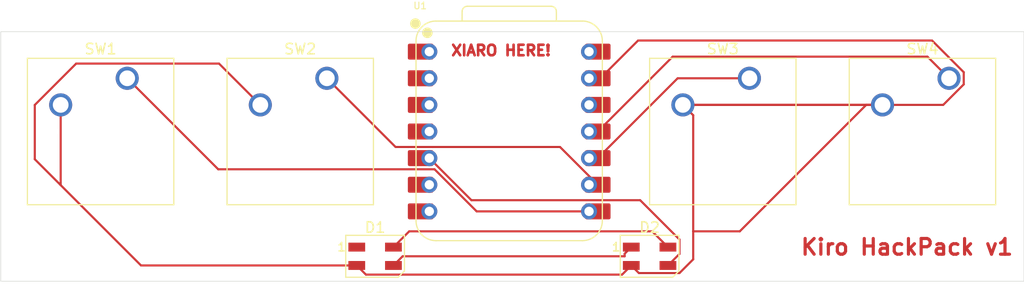
<source format=kicad_pcb>
(kicad_pcb (version 20241229) (generator "pcbnew") (generator_version "9.0")
  (layers (0 "F.Cu" signal) (2 "B.Cu" signal) (13 "F.Paste" user) (15 "B.Paste" user) (5 "F.SilkS" user "F.Silkscreen") (7 "B.SilkS" user "B.Silkscreen") (1 "F.Mask" user) (3 "B.Mask" user) (25 "Edge.Cuts" user))
  (net 0 "")
  (net 1 "+5V")
  (net 3 "GND")
  (net 4 "Net-(D1-DIN)")
  (net 5 "Net-(D2-DIN)")
  (net 6 "Net-(U1-GPIO1{slash}RX)")
  (net 7 "Net-(U1-GPIO2{slash}SCK)")
  (net 8 "Net-(U1-GPIO4{slash}MISO)")
  (net 9 "Net-(U1-GPIO3{slash}MOSI)")
  (footprint "OPL;:XIAO-RP2040-DIP" (layer "F.Cu") (at 160.43225 64.29375)
    (property "Reference" "U1" (at -8.5 -12 0) (layer "F.SilkS") (effects (font (size 0.635 0.635) (thickness 0.1016))))
    (property "Value" "XIAO-RP2040-DIP")
    (fp_line (start -8.89 8.509) (end -8.89 -8.636) (stroke (width 0.127)) (layer "F.SilkS"))
    (fp_line (start -6.985 10.414) (end 6.985 10.414) (stroke (width 0.127)) (layer "F.SilkS"))
    (fp_line (start -4.495 -10.541) (end -4.491272 -11.451272) (stroke (width 0.127)) (layer "F.SilkS"))
    (fp_line (start -3.991272 -11.951) (end 4.004 -11.951) (stroke (width 0.127)) (layer "F.SilkS"))
    (fp_line (start 4.504 -11.451) (end 4.504 -10.541) (stroke (width 0.127)) (layer "F.SilkS"))
    (fp_line (start 6.985 -10.541) (end -6.985 -10.541) (stroke (width 0.1)) (layer "F.SilkS"))
    (fp_line (start 6.985 -10.541) (end -6.985 -10.541) (stroke (width 0.127)) (layer "F.SilkS"))
    (fp_line (start 8.89 8.509) (end 8.89 -8.636) (stroke (width 0.127)) (layer "F.SilkS"))
    (fp_arc (start -8.89 -8.636) (mid -8.332038 -9.983038) (end -6.985 -10.541) (stroke (width 0.127)) (layer "F.SilkS"))
    (fp_arc (start -6.985 10.414) (mid -8.332038 9.856038) (end -8.89 8.509) (stroke (width 0.127)) (layer "F.SilkS"))
    (fp_arc (start -4.491272 -11.451272) (mid -4.344728 -11.80464) (end -3.991272 -11.951) (stroke (width 0.127)) (layer "F.SilkS"))
    (fp_arc (start 4.004 -11.951) (mid 4.357553 -11.804553) (end 4.504 -11.451) (stroke (width 0.127)) (layer "F.SilkS"))
    (fp_arc (start 6.985 -10.541) (mid 8.332038 -9.983038) (end 8.89 -8.636) (stroke (width 0.127)) (layer "F.SilkS"))
    (fp_arc (start 8.89 8.509) (mid 8.332038 9.856038) (end 6.985 10.414) (stroke (width 0.127)) (layer "F.SilkS"))
    (fp_circle (center -8.95 -10.3) (end -8.95 -10.554) (stroke (width 0.5)) (fill yes) (layer "F.SilkS"))
    (fp_circle (center -7.807 -9.42) (end -7.807 -9.674) (stroke (width 0.5)) (fill yes) (layer "F.SilkS"))
    (pad "1" smd roundrect (at -8.455 -7.62 180) (size 2.432 1.524) (layers "F.Cu" "F.Mask") (roundrect_rratio 0.1))
    (pad "1" thru_hole circle (at -7.62 -7.62 180) (size 1.524 1.524) (drill 0.889) (layers "*.Cu" "*.Mask"))
    (pad "2" smd roundrect (at -8.455 -5.08 180) (size 2.432 1.524) (layers "F.Cu" "F.Mask") (roundrect_rratio 0.1))
    (pad "2" thru_hole circle (at -7.62 -5.08 180) (size 1.524 1.524) (drill 0.889) (layers "*.Cu" "*.Mask"))
    (pad "3" smd roundrect (at -8.455 -2.54 180) (size 2.432 1.524) (layers "F.Cu" "F.Mask") (roundrect_rratio 0.1))
    (pad "3" thru_hole circle (at -7.62 -2.54 180) (size 1.524 1.524) (drill 0.889) (layers "*.Cu" "*.Mask"))
    (pad "4" smd roundrect (at -8.455 0 180) (size 2.432 1.524) (layers "F.Cu" "F.Mask") (roundrect_rratio 0.1))
    (pad "4" thru_hole circle (at -7.62 0 180) (size 1.524 1.524) (drill 0.889) (layers "*.Cu" "*.Mask"))
    (pad "5" smd roundrect (at -8.455 2.54 180) (size 2.432 1.524) (layers "F.Cu" "F.Mask") (roundrect_rratio 0.1) (net 5 "Net-(D2-DIN)"))
    (pad "5" thru_hole circle (at -7.62 2.54 180) (size 1.524 1.524) (drill 0.889) (layers "*.Cu" "*.Mask") (net 5 "Net-(D2-DIN)"))
    (pad "6" smd roundrect (at -8.455 5.08 180) (size 2.432 1.524) (layers "F.Cu" "F.Mask") (roundrect_rratio 0.1))
    (pad "6" thru_hole circle (at -7.62 5.08 180) (size 1.524 1.524) (drill 0.889) (layers "*.Cu" "*.Mask"))
    (pad "7" smd roundrect (at -8.455 7.62 180) (size 2.432 1.524) (layers "F.Cu" "F.Mask") (roundrect_rratio 0.1))
    (pad "7" thru_hole circle (at -7.62 7.62 180) (size 1.524 1.524) (drill 0.889) (layers "*.Cu" "*.Mask"))
    (pad "8" thru_hole circle (at 7.62 7.62) (size 1.524 1.524) (drill 0.889) (layers "*.Cu" "*.Mask") (net 6 "Net-(U1-GPIO1{slash}RX)"))
    (pad "8" smd roundrect (at 8.455 7.62) (size 2.432 1.524) (layers "F.Cu" "F.Mask") (roundrect_rratio 0.1) (net 6 "Net-(U1-GPIO1{slash}RX)"))
    (pad "9" thru_hole circle (at 7.62 5.08) (size 1.524 1.524) (drill 0.889) (layers "*.Cu" "*.Mask") (net 7 "Net-(U1-GPIO2{slash}SCK)"))
    (pad "9" smd roundrect (at 8.455 5.08) (size 2.432 1.524) (layers "F.Cu" "F.Mask") (roundrect_rratio 0.1) (net 7 "Net-(U1-GPIO2{slash}SCK)"))
    (pad "10" thru_hole circle (at 7.62 2.54) (size 1.524 1.524) (drill 0.889) (layers "*.Cu" "*.Mask") (net 8 "Net-(U1-GPIO4{slash}MISO)"))
    (pad "10" smd roundrect (at 8.455 2.54) (size 2.432 1.524) (layers "F.Cu" "F.Mask") (roundrect_rratio 0.1) (net 8 "Net-(U1-GPIO4{slash}MISO)"))
    (pad "11" thru_hole circle (at 7.62 0) (size 1.524 1.524) (drill 0.889) (layers "*.Cu" "*.Mask") (net 9 "Net-(U1-GPIO3{slash}MOSI)"))
    (pad "11" smd roundrect (at 8.455 0) (size 2.432 1.524) (layers "F.Cu" "F.Mask") (roundrect_rratio 0.1) (net 9 "Net-(U1-GPIO3{slash}MOSI)"))
    (pad "12" thru_hole circle (at 7.62 -2.54) (size 1.524 1.524) (drill 0.889) (layers "*.Cu" "*.Mask"))
    (pad "12" smd roundrect (at 8.455 -2.54) (size 2.432 1.524) (layers "F.Cu" "F.Mask") (roundrect_rratio 0.1))
    (pad "13" thru_hole circle (at 7.62 -5.08) (size 1.524 1.524) (drill 0.889) (layers "*.Cu" "*.Mask") (net 3 "GND"))
    (pad "13" smd roundrect (at 8.455 -5.08) (size 2.432 1.524) (layers "F.Cu" "F.Mask") (roundrect_rratio 0.1) (net 3 "GND"))
    (pad "14" thru_hole circle (at 7.62 -7.62) (size 1.524 1.524) (drill 0.889) (layers "*.Cu" "*.Mask"))
    (pad "14" smd roundrect (at 8.455 -7.62) (size 2.432 1.524) (layers "F.Cu" "F.Mask") (roundrect_rratio 0.1))
  )
  (footprint "Button_Switch_Keyboard:SW_Cherry_MX_1.00u_PCB" (layer "F.Cu") (at 123.98375 59.21375)
    (property "Reference" "SW1" (at -2.54 -2.794 0) (layer "F.SilkS"))
    (property "Value" "SW_Push")
    (fp_line (start -9.525 -1.905) (end 4.445 -1.905) (stroke (width 0.12)) (layer "F.SilkS"))
    (fp_line (start -9.525 12.065) (end -9.525 -1.905) (stroke (width 0.12)) (layer "F.SilkS"))
    (fp_line (start 4.445 -1.905) (end 4.445 12.065) (stroke (width 0.12)) (layer "F.SilkS"))
    (fp_line (start 4.445 12.065) (end -9.525 12.065) (stroke (width 0.12)) (layer "F.SilkS"))
    (pad "" np_thru_hole circle (at -7.62 5.08) (size 1.7 1.7) (drill 1.7) (layers "*.Cu" "*.Mask"))
    (pad "" np_thru_hole circle (at -2.54 5.08) (size 4 4) (drill 4) (layers "*.Cu" "*.Mask"))
    (pad "" np_thru_hole circle (at 2.54 5.08) (size 1.7 1.7) (drill 1.7) (layers "*.Cu" "*.Mask"))
    (pad "1" thru_hole circle (at 0 0) (size 2.2 2.2) (drill 1.5) (layers "*.Cu" "*.Mask") (net 6 "Net-(U1-GPIO1{slash}RX)"))
    (pad "2" thru_hole circle (at -6.35 2.54) (size 2.2 2.2) (drill 1.5) (layers "*.Cu" "*.Mask") (net 3 "GND"))
  )
  (footprint "LED_SMD:LED_SK6812MINI_PLCC4_3.5x3.5mm_P1.75mm" (layer "F.Cu") (at 147.6375 76.2)
    (property "Reference" "D1" (at 0 -2.75 0) (layer "F.SilkS"))
    (property "Value" "SK6812MINI")
    (fp_line (start -2.8 -2) (end -2.8 2) (stroke (width 0.12)) (layer "F.SilkS"))
    (fp_line (start -2.8 -2) (end 2.8 -2) (stroke (width 0.12)) (layer "F.SilkS"))
    (fp_line (start -2.8 2) (end 2.2 2) (stroke (width 0.12)) (layer "F.SilkS"))
    (fp_line (start 2.8 1.4) (end 2.2 2) (stroke (width 0.12)) (layer "F.SilkS"))
    (fp_line (start 2.8 1.4) (end 2.8 -2) (stroke (width 0.12)) (layer "F.SilkS"))
    (fp_text user "1" (at -3.2 -0.875 0) (layer "F.SilkS") (effects (font (size 0.8 0.8))))
    (pad "1" smd rect (at -1.75 -0.875) (size 1.6 0.85) (layers "F.Cu" "F.Mask" "F.Paste"))
    (pad "2" smd rect (at -1.75 0.875) (size 1.6 0.85) (layers "F.Cu" "F.Mask" "F.Paste") (net 3 "GND"))
    (pad "3" smd rect (at 1.75 0.875) (size 1.6 0.85) (layers "F.Cu" "F.Mask" "F.Paste") (net 4 "Net-(D1-DIN)"))
    (pad "4" smd rect (at 1.75 -0.875) (size 1.6 0.85) (layers "F.Cu" "F.Mask" "F.Paste") (net 1 "+5V"))
  )
  (footprint "Button_Switch_Keyboard:SW_Cherry_MX_1.00u_PCB" (layer "F.Cu") (at 143.03375 59.21375)
    (property "Reference" "SW2" (at -2.54 -2.794 0) (layer "F.SilkS"))
    (property "Value" "SW_Push")
    (fp_line (start -9.525 -1.905) (end 4.445 -1.905) (stroke (width 0.12)) (layer "F.SilkS"))
    (fp_line (start -9.525 12.065) (end -9.525 -1.905) (stroke (width 0.12)) (layer "F.SilkS"))
    (fp_line (start 4.445 -1.905) (end 4.445 12.065) (stroke (width 0.12)) (layer "F.SilkS"))
    (fp_line (start 4.445 12.065) (end -9.525 12.065) (stroke (width 0.12)) (layer "F.SilkS"))
    (pad "" np_thru_hole circle (at -7.62 5.08) (size 1.7 1.7) (drill 1.7) (layers "*.Cu" "*.Mask"))
    (pad "" np_thru_hole circle (at -2.54 5.08) (size 4 4) (drill 4) (layers "*.Cu" "*.Mask"))
    (pad "" np_thru_hole circle (at 2.54 5.08) (size 1.7 1.7) (drill 1.7) (layers "*.Cu" "*.Mask"))
    (pad "1" thru_hole circle (at 0 0) (size 2.2 2.2) (drill 1.5) (layers "*.Cu" "*.Mask") (net 7 "Net-(U1-GPIO2{slash}SCK)"))
    (pad "2" thru_hole circle (at -6.35 2.54) (size 2.2 2.2) (drill 1.5) (layers "*.Cu" "*.Mask") (net 3 "GND"))
  )
  (footprint "Button_Switch_Keyboard:SW_Cherry_MX_1.00u_PCB" (layer "F.Cu") (at 183.35625 59.21375)
    (property "Reference" "SW3" (at -2.54 -2.794 0) (layer "F.SilkS"))
    (property "Value" "SW_Push")
    (fp_line (start -9.525 -1.905) (end 4.445 -1.905) (stroke (width 0.12)) (layer "F.SilkS"))
    (fp_line (start -9.525 12.065) (end -9.525 -1.905) (stroke (width 0.12)) (layer "F.SilkS"))
    (fp_line (start 4.445 -1.905) (end 4.445 12.065) (stroke (width 0.12)) (layer "F.SilkS"))
    (fp_line (start 4.445 12.065) (end -9.525 12.065) (stroke (width 0.12)) (layer "F.SilkS"))
    (pad "" np_thru_hole circle (at -7.62 5.08) (size 1.7 1.7) (drill 1.7) (layers "*.Cu" "*.Mask"))
    (pad "" np_thru_hole circle (at -2.54 5.08) (size 4 4) (drill 4) (layers "*.Cu" "*.Mask"))
    (pad "" np_thru_hole circle (at 2.54 5.08) (size 1.7 1.7) (drill 1.7) (layers "*.Cu" "*.Mask"))
    (pad "1" thru_hole circle (at 0 0) (size 2.2 2.2) (drill 1.5) (layers "*.Cu" "*.Mask") (net 8 "Net-(U1-GPIO4{slash}MISO)"))
    (pad "2" thru_hole circle (at -6.35 2.54) (size 2.2 2.2) (drill 1.5) (layers "*.Cu" "*.Mask") (net 3 "GND"))
  )
  (footprint "LED_SMD:LED_SK6812MINI_PLCC4_3.5x3.5mm_P1.75mm" (layer "F.Cu") (at 173.83125 76.2)
    (property "Reference" "D2" (at 0 -2.75 0) (layer "F.SilkS"))
    (property "Value" "SK6812MINI")
    (fp_line (start -2.8 -2) (end -2.8 2) (stroke (width 0.12)) (layer "F.SilkS"))
    (fp_line (start -2.8 -2) (end 2.8 -2) (stroke (width 0.12)) (layer "F.SilkS"))
    (fp_line (start -2.8 2) (end 2.2 2) (stroke (width 0.12)) (layer "F.SilkS"))
    (fp_line (start 2.8 1.4) (end 2.2 2) (stroke (width 0.12)) (layer "F.SilkS"))
    (fp_line (start 2.8 1.4) (end 2.8 -2) (stroke (width 0.12)) (layer "F.SilkS"))
    (fp_text user "1" (at -3.2 -0.875 0) (layer "F.SilkS") (effects (font (size 0.8 0.8))))
    (pad "1" smd rect (at -1.75 -0.875) (size 1.6 0.85) (layers "F.Cu" "F.Mask" "F.Paste") (net 4 "Net-(D1-DIN)"))
    (pad "2" smd rect (at -1.75 0.875) (size 1.6 0.85) (layers "F.Cu" "F.Mask" "F.Paste") (net 3 "GND"))
    (pad "3" smd rect (at 1.75 0.875) (size 1.6 0.85) (layers "F.Cu" "F.Mask" "F.Paste") (net 5 "Net-(D2-DIN)"))
    (pad "4" smd rect (at 1.75 -0.875) (size 1.6 0.85) (layers "F.Cu" "F.Mask" "F.Paste") (net 1 "+5V"))
  )
  (footprint "Button_Switch_Keyboard:SW_Cherry_MX_1.00u_PCB" (layer "F.Cu") (at 202.40625 59.21375)
    (property "Reference" "SW4" (at -2.54 -2.794 0) (layer "F.SilkS"))
    (property "Value" "SW_Push")
    (fp_line (start -9.525 -1.905) (end 4.445 -1.905) (stroke (width 0.12)) (layer "F.SilkS"))
    (fp_line (start -9.525 12.065) (end -9.525 -1.905) (stroke (width 0.12)) (layer "F.SilkS"))
    (fp_line (start 4.445 -1.905) (end 4.445 12.065) (stroke (width 0.12)) (layer "F.SilkS"))
    (fp_line (start 4.445 12.065) (end -9.525 12.065) (stroke (width 0.12)) (layer "F.SilkS"))
    (pad "" np_thru_hole circle (at -7.62 5.08) (size 1.7 1.7) (drill 1.7) (layers "*.Cu" "*.Mask"))
    (pad "" np_thru_hole circle (at -2.54 5.08) (size 4 4) (drill 4) (layers "*.Cu" "*.Mask"))
    (pad "" np_thru_hole circle (at 2.54 5.08) (size 1.7 1.7) (drill 1.7) (layers "*.Cu" "*.Mask"))
    (pad "1" thru_hole circle (at 0 0) (size 2.2 2.2) (drill 1.5) (layers "*.Cu" "*.Mask") (net 9 "Net-(U1-GPIO3{slash}MOSI)"))
    (pad "2" thru_hole circle (at -6.35 2.54) (size 2.2 2.2) (drill 1.5) (layers "*.Cu" "*.Mask") (net 3 "GND"))
  )
  (gr_rect (start 111.91875 54.76875) (end 209.55 78.58125) (stroke (width 0.05)) (fill no) (layer "Edge.Cuts"))
  (gr_text "XIARO HERE!" (at 154.78125 57.15 0) (layer "F.Cu") (effects (font (size 1 1) (thickness 0.25) (bold yes)) (justify left bottom)))
  (gr_text "Kiro HackPack v1" (at 188.11875 76.2 0) (layer "F.Cu") (effects (font (size 1.5 1.5) (thickness 0.3) (bold yes)) (justify left bottom)))
  (segment (start 175.58125 75.325) (end 174.075 73.81875) (width 0.2) (layer "F.Cu") (net 1))
  (segment (start 174.075 73.81875) (end 150.89375 73.81875) (width 0.2) (layer "F.Cu") (net 1))
  (segment (start 150.89375 73.81875) (end 149.3875 75.325) (width 0.2) (layer "F.Cu") (net 1))
  (segment (start 171.20625 77.95) (end 146.7625 77.95) (width 0.2) (layer "F.Cu") (net 3))
  (segment (start 203.80725 58.633436) (end 200.784564 55.61075) (width 0.2) (layer "F.Cu") (net 3))
  (segment (start 117.63375 61.75375) (end 117.63375 69.40775) (width 0.2) (layer "F.Cu") (net 3))
  (segment (start 172.80725 77.801) (end 172.08125 77.075) (width 0.2) (layer "F.Cu") (net 3))
  (segment (start 176.68225 77.801) (end 172.80725 77.801) (width 0.2) (layer "F.Cu") (net 3))
  (segment (start 117.63375 69.40775) (end 125.301 77.075) (width 0.2) (layer "F.Cu") (net 3))
  (segment (start 200.784564 55.61075) (end 172.73288 55.61075) (width 0.2) (layer "F.Cu") (net 3))
  (segment (start 177.99275 76.4905) (end 176.68225 77.801) (width 0.2) (layer "F.Cu") (net 3))
  (segment (start 196.05625 61.75375) (end 194.500616 61.75375) (width 0.2) (layer "F.Cu") (net 3))
  (segment (start 177.99275 62.74025) (end 177.99275 73.81875) (width 0.2) (layer "F.Cu") (net 3))
  (segment (start 177.99275 73.81875) (end 177.99275 76.4905) (width 0.2) (layer "F.Cu") (net 3))
  (segment (start 177.00625 61.75375) (end 177.99275 62.74025) (width 0.2) (layer "F.Cu") (net 3))
  (segment (start 136.68375 61.75375) (end 132.74275 57.81275) (width 0.2) (layer "F.Cu") (net 3))
  (segment (start 203.80725 59.794064) (end 203.80725 58.633436) (width 0.2) (layer "F.Cu") (net 3))
  (segment (start 201.847564 61.75375) (end 203.80725 59.794064) (width 0.2) (layer "F.Cu") (net 3))
  (segment (start 169.12988 59.21375) (end 168.05225 59.21375) (width 0.2) (layer "F.Cu") (net 3))
  (segment (start 172.08125 77.075) (end 171.20625 77.95) (width 0.2) (layer "F.Cu") (net 3))
  (segment (start 194.500616 61.75375) (end 182.435616 73.81875) (width 0.2) (layer "F.Cu") (net 3))
  (segment (start 115.16275 61.761) (end 115.16275 66.93675) (width 0.2) (layer "F.Cu") (net 3))
  (segment (start 132.74275 57.81275) (end 119.111 57.81275) (width 0.2) (layer "F.Cu") (net 3))
  (segment (start 182.435616 73.81875) (end 177.99275 73.81875) (width 0.2) (layer "F.Cu") (net 3))
  (segment (start 125.301 77.075) (end 145.8875 77.075) (width 0.2) (layer "F.Cu") (net 3))
  (segment (start 115.16275 66.93675) (end 117.63375 69.40775) (width 0.2) (layer "F.Cu") (net 3))
  (segment (start 177.00625 61.75375) (end 201.847564 61.75375) (width 0.2) (layer "F.Cu") (net 3))
  (segment (start 177.00625 61.75375) (end 196.05625 61.75375) (width 0.2) (layer "F.Cu") (net 3))
  (segment (start 146.7625 77.95) (end 145.8875 77.075) (width 0.2) (layer "F.Cu") (net 3))
  (segment (start 119.111 57.81275) (end 115.16275 61.761) (width 0.2) (layer "F.Cu") (net 3))
  (segment (start 172.73288 55.61075) (end 169.12988 59.21375) (width 0.2) (layer "F.Cu") (net 3))
  (segment (start 150.2625 76.2) (end 171.45 76.2) (width 0.2) (layer "F.Cu") (net 4))
  (segment (start 149.3875 77.075) (end 150.2625 76.2) (width 0.2) (layer "F.Cu") (net 4))
  (segment (start 171.45 75.95625) (end 172.08125 75.325) (width 0.2) (layer "F.Cu") (net 4))
  (segment (start 171.45 76.2) (end 171.45 75.95625) (width 0.2) (layer "F.Cu") (net 4))
  (segment (start 176.68225 74.599) (end 172.934 70.85075) (width 0.2) (layer "F.Cu") (net 5))
  (segment (start 172.934 70.85075) (end 156.82925 70.85075) (width 0.2) (layer "F.Cu") (net 5))
  (segment (start 175.58125 77.075) (end 176.68225 75.974) (width 0.2) (layer "F.Cu") (net 5))
  (segment (start 156.82925 70.85075) (end 152.81225 66.83375) (width 0.2) (layer "F.Cu") (net 5))
  (segment (start 176.68225 75.974) (end 176.68225 74.599) (width 0.2) (layer "F.Cu") (net 5))
  (segment (start 157.32515 71.91375) (end 168.05225 71.91375) (width 0.2) (layer "F.Cu") (net 6))
  (segment (start 123.98375 59.21375) (end 132.66675 67.89675) (width 0.2) (layer "F.Cu") (net 6))
  (segment (start 153.30815 67.89675) (end 157.32515 71.91375) (width 0.2) (layer "F.Cu") (net 6))
  (segment (start 132.66675 67.89675) (end 153.30815 67.89675) (width 0.2) (layer "F.Cu") (net 6))
  (segment (start 143.03375 59.21375) (end 149.59075 65.77075) (width 0.2) (layer "F.Cu") (net 7))
  (segment (start 165.28425 65.77075) (end 168.88725 69.37375) (width 0.2) (layer "F.Cu") (net 7))
  (segment (start 149.59075 65.77075) (end 165.28425 65.77075) (width 0.2) (layer "F.Cu") (net 7))
  (segment (start 183.35625 59.21375) (end 176.50725 59.21375) (width 0.2) (layer "F.Cu") (net 8))
  (segment (start 176.50725 59.21375) (end 168.88725 66.83375) (width 0.2) (layer "F.Cu") (net 8))
  (segment (start 202.40625 59.21375) (end 200.3425 57.15) (width 0.2) (layer "F.Cu") (net 9))
  (segment (start 176.031 57.15) (end 168.88725 64.29375) (width 0.2) (layer "F.Cu") (net 9))
  (segment (start 200.3425 57.15) (end 176.031 57.15) (width 0.2) (layer "F.Cu") (net 9))
)
</source>
